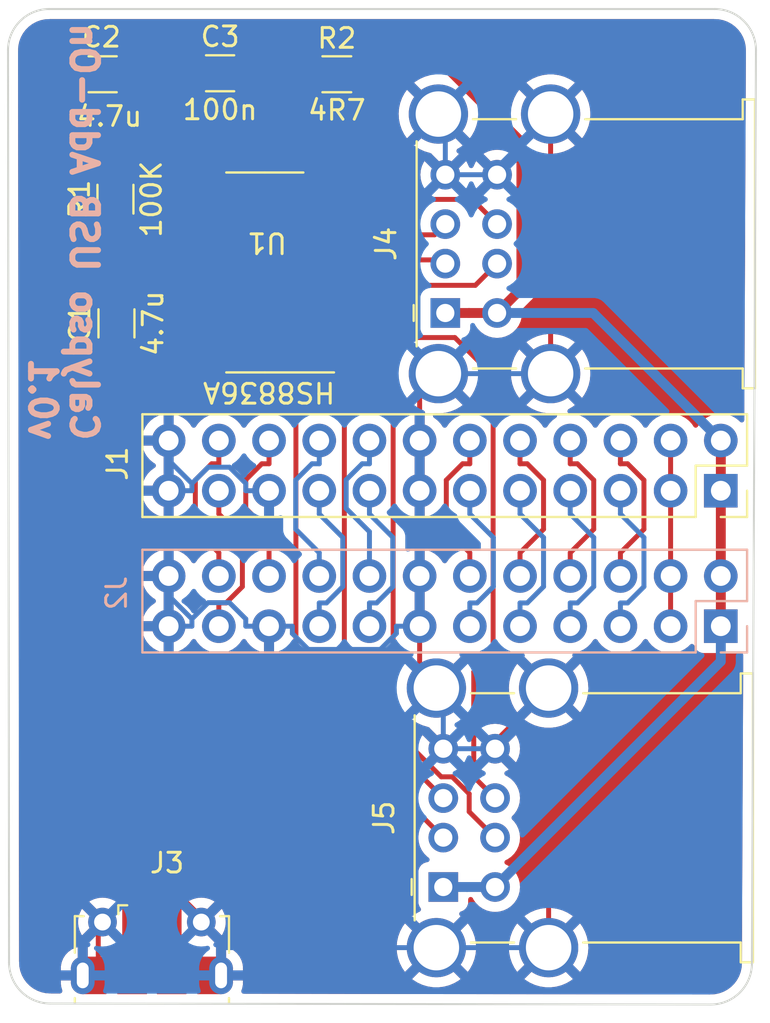
<source format=kicad_pcb>
(kicad_pcb (version 20221018) (generator pcbnew)
  (layers (0 "F.Cu" signal) (31 "B.Cu" signal) (34 "B.Paste" user) (35 "F.Paste" user) (36 "B.SilkS" user "B.Silkscreen") (37 "F.SilkS" user "F.Silkscreen") (38 "B.Mask" user) (39 "F.Mask" user) (44 "Edge.Cuts" user))
  (net 0 "")
  (net 1 "Net-(C1-Pad1)")
  (net 2 "GND")
  (net 3 "Net-(C2-Pad1)")
  (net 4 "+5V")
  (net 5 "+3.3VP")
  (net 6 "RP_AUX0")
  (net 7 "CYC_AUX0")
  (net 8 "RP_AUX1")
  (net 9 "CYC_AUX1")
  (net 10 "RP_AUX2")
  (net 11 "CYC_AUX2")
  (net 12 "RP_AUX3")
  (net 13 "CYC_AUX3")
  (net 14 "SER_RX")
  (net 15 "CYC_AUX4")
  (net 16 "SER_TX")
  (net 17 "CYC_AUX5")
  (net 18 "CYC_AUX6")
  (net 19 "RP_RESET")
  (net 20 "CYC_AUX7")
  (net 22 "UM")
  (net 23 "UP")
  (net 25 "DM1")
  (net 26 "DP1")
  (net 27 "DM2")
  (net 28 "DP2")
  (net 29 "DM3")
  (net 30 "DP3")
  (net 31 "DM4")
  (net 32 "DP4")
  (net 33 "Net-(R1-Pad1)")
  (footprint "Resistor_SMD:R_1206_3216Metric_Pad1.30x1.75mm_HandSolder" (layer "F.Cu") (at 70.2056 54.584 90)
    (fp_text reference "R1" (at 0 -1.82 90) (layer "F.SilkS"))
    (fp_text value "100K" (at 0 1.82 90) (layer "F.SilkS"))
    (fp_line (start -0.727064 -0.91) (end 0.727064 -0.91) (stroke (width 0.12)) (layer "F.SilkS"))
    (fp_line (start -0.727064 0.91) (end 0.727064 0.91) (stroke (width 0.12)) (layer "F.SilkS"))
    (pad "1" smd roundrect (at -1.55 0 90) (size 1.3 1.75) (layers "F.Cu" "F.Paste" "F.Mask") (roundrect_rratio 0.1923076923) (net 33 "Net-(R1-Pad1)"))
    (pad "2" smd roundrect (at 1.55 0 90) (size 1.3 1.75) (layers "F.Cu" "F.Paste" "F.Mask") (roundrect_rratio 0.1923076923) (net 2 "GND"))
  )
  (footprint "Capacitor_SMD:C_1206_3216Metric_Pad1.33x1.80mm_HandSolder" (layer "F.Cu") (at 75.5011 48.2092)
    (fp_text reference "C3" (at 0 -1.85) (layer "F.SilkS"))
    (fp_text value "100n" (at 0 1.85) (layer "F.SilkS"))
    (fp_line (start -0.711252 -0.91) (end 0.711252 -0.91) (stroke (width 0.12)) (layer "F.SilkS"))
    (fp_line (start -0.711252 0.91) (end 0.711252 0.91) (stroke (width 0.12)) (layer "F.SilkS"))
    (pad "1" smd roundrect (at -1.5625 0) (size 1.325 1.8) (layers "F.Cu" "F.Paste" "F.Mask") (roundrect_rratio 0.1886792453) (net 3 "Net-(C2-Pad1)"))
    (pad "2" smd roundrect (at 1.5625 0) (size 1.325 1.8) (layers "F.Cu" "F.Paste" "F.Mask") (roundrect_rratio 0.1886792453) (net 2 "GND"))
  )
  (footprint "Capacitor_SMD:C_1206_3216Metric_Pad1.33x1.80mm_HandSolder" (layer "F.Cu") (at 70.2564 60.8707 90)
    (fp_text reference "C1" (at 0 -1.85 90) (layer "F.SilkS"))
    (fp_text value "4.7u" (at 0 1.85 90) (layer "F.SilkS"))
    (fp_line (start -0.711252 -0.91) (end 0.711252 -0.91) (stroke (width 0.12)) (layer "F.SilkS"))
    (fp_line (start -0.711252 0.91) (end 0.711252 0.91) (stroke (width 0.12)) (layer "F.SilkS"))
    (pad "1" smd roundrect (at -1.5625 0 90) (size 1.325 1.8) (layers "F.Cu" "F.Paste" "F.Mask") (roundrect_rratio 0.1886792453) (net 1 "Net-(C1-Pad1)"))
    (pad "2" smd roundrect (at 1.5625 0 90) (size 1.325 1.8) (layers "F.Cu" "F.Paste" "F.Mask") (roundrect_rratio 0.1886792453) (net 2 "GND"))
  )
  (footprint "Connector_USB:USB_Micro-B_Molex-105017-0001" (layer "F.Cu") (at 72.0504 92.6409)
    (fp_text reference "J3" (at 0.7664 -4.4521) (layer "F.SilkS"))
    (fp_text value "USB_B_Micro" hide)
    (fp_line (start -3.9 -1.7625) (end -3.45 -1.7625) (stroke (width 0.12)) (layer "F.SilkS"))
    (fp_line (start -3.9 0.0875) (end -3.9 -1.7625) (stroke (width 0.12)) (layer "F.SilkS"))
    (fp_line (start -3.9 2.6375) (end -3.9 2.3875) (stroke (width 0.12)) (layer "F.SilkS"))
    (fp_line (start -1.7 -2.3125) (end -1.7 -1.8625) (stroke (width 0.12)) (layer "F.SilkS"))
    (fp_line (start -1.7 -2.3125) (end -1.25 -2.3125) (stroke (width 0.12)) (layer "F.SilkS"))
    (fp_line (start 3.9 -1.7625) (end 3.45 -1.7625) (stroke (width 0.12)) (layer "F.SilkS"))
    (fp_line (start 3.9 0.0875) (end 3.9 -1.7625) (stroke (width 0.12)) (layer "F.SilkS"))
    (fp_line (start 3.9 2.6375) (end 3.9 2.3875) (stroke (width 0.12)) (layer "F.SilkS"))
    (pad "1" smd rect (at -1.3 -1.4625) (size 0.4 1.35) (layers "F.Cu" "F.Paste" "F.Mask"))
    (pad "2" smd rect (at -0.65 -1.4625) (size 0.4 1.35) (layers "F.Cu" "F.Paste" "F.Mask") (net 22 "UM"))
    (pad "3" smd rect (at 0 -1.4625) (size 0.4 1.35) (layers "F.Cu" "F.Paste" "F.Mask") (net 23 "UP"))
    (pad "4" smd rect (at 0.65 -1.4625) (size 0.4 1.35) (layers "F.Cu" "F.Paste" "F.Mask"))
    (pad "5" smd rect (at 1.3 -1.4625) (size 0.4 1.35) (layers "F.Cu" "F.Paste" "F.Mask") (net 2 "GND"))
    (pad "6" thru_hole oval (at -3.5 1.2375 180) (size 1.2 1.9) (drill oval 0.6 1.3) (layers "*.Cu" "*.Mask") (net 2 "GND"))
    (pad "6" smd rect (at -2.9 1.2375) (size 1.2 1.9) (layers "F.Cu" "F.Mask") (net 2 "GND"))
    (pad "6" thru_hole circle (at -2.5 -1.4625) (size 1.45 1.45) (drill 0.85) (layers "*.Cu" "*.Mask") (net 2 "GND"))
    (pad "6" smd rect (at -1 1.2375) (size 1.5 1.9) (layers "F.Cu" "F.Paste" "F.Mask") (net 2 "GND"))
    (pad "6" smd rect (at 1 1.2375) (size 1.5 1.9) (layers "F.Cu" "F.Paste" "F.Mask") (net 2 "GND"))
    (pad "6" thru_hole circle (at 2.5 -1.4625) (size 1.45 1.45) (drill 0.85) (layers "*.Cu" "*.Mask") (net 2 "GND"))
    (pad "6" smd rect (at 2.9 1.2375) (size 1.2 1.9) (layers "F.Cu" "F.Mask") (net 2 "GND"))
    (pad "6" thru_hole oval (at 3.5 1.2375) (size 1.2 1.9) (drill oval 0.6 1.3) (layers "*.Cu" "*.Mask") (net 2 "GND"))
  )
  (footprint "Connector_USB:USB_A_Wuerth_61400826021_Horizontal_Stacked" (layer "F.Cu") (at 86.8968 60.3452 90)
    (fp_text reference "J4" (at 3.5 -3 90) (layer "F.SilkS"))
    (fp_text value "USB_A_Stacked" hide)
    (fp_line (start -3.81 15.05) (end -2.81 15.05) (stroke (width 0.12)) (layer "F.SilkS"))
    (fp_line (start -3.81 15.67) (end -3.81 15.05) (stroke (width 0.12)) (layer "F.SilkS"))
    (fp_line (start -2.81 3.58) (end -2.81 1.4) (stroke (width 0.12)) (layer "F.SilkS"))
    (fp_line (start -2.81 15.05) (end -2.81 7.08) (stroke (width 0.12)) (layer "F.SilkS"))
    (fp_line (start -1.69 -1.45) (end 8.69 -1.45) (stroke (width 0.12)) (layer "F.SilkS"))
    (fp_line (start 0.4 -1.6) (end -0.4 -1.6) (stroke (width 0.12)) (layer "F.SilkS"))
    (fp_line (start 9.81 3.58) (end 9.81 1.4) (stroke (width 0.12)) (layer "F.SilkS"))
    (fp_line (start 9.81 7.08) (end 9.81 15.05) (stroke (width 0.12)) (layer "F.SilkS"))
    (fp_line (start 9.81 15.05) (end 10.81 15.05) (stroke (width 0.12)) (layer "F.SilkS"))
    (fp_line (start 10.81 15.05) (end 10.81 15.67) (stroke (width 0.12)) (layer "F.SilkS"))
    (fp_line (start 10.81 15.67) (end -3.81 15.67) (stroke (width 0.12)) (layer "F.SilkS"))
    (pad "1" thru_hole rect (at 0 0 90) (size 1.5 1.5) (drill 0.92) (layers "*.Cu" "*.Mask") (net 4 "+5V"))
    (pad "2" thru_hole circle (at 2.5 0 90) (size 1.5 1.5) (drill 0.92) (layers "*.Cu" "*.Mask") (net 29 "DM3"))
    (pad "3" thru_hole circle (at 4.5 0 90) (size 1.5 1.5) (drill 0.92) (layers "*.Cu" "*.Mask") (net 30 "DP3"))
    (pad "4" thru_hole circle (at 7 0 90) (size 1.5 1.5) (drill 0.92) (layers "*.Cu" "*.Mask") (net 2 "GND"))
    (pad "5" thru_hole circle (at 0 2.62 90) (size 1.5 1.5) (drill 0.92) (layers "*.Cu" "*.Mask") (net 4 "+5V"))
    (pad "6" thru_hole circle (at 2.5 2.62 90) (size 1.5 1.5) (drill 0.92) (layers "*.Cu" "*.Mask") (net 31 "DM4"))
    (pad "7" thru_hole circle (at 4.5 2.62 90) (size 1.5 1.5) (drill 0.92) (layers "*.Cu" "*.Mask") (net 32 "DP4"))
    (pad "8" thru_hole circle (at 7 2.62 90) (size 1.5 1.5) (drill 0.92) (layers "*.Cu" "*.Mask") (net 2 "GND"))
    (pad "9" thru_hole circle (at -3.07 -0.35 90) (size 3 3) (drill 2.3) (layers "*.Cu" "*.Mask") (net 2 "GND"))
    (pad "9" thru_hole circle (at -3.07 5.33 90) (size 3 3) (drill 2.3) (layers "*.Cu" "*.Mask") (net 2 "GND"))
    (pad "9" thru_hole circle (at 10.07 -0.35 90) (size 3 3) (drill 2.3) (layers "*.Cu" "*.Mask") (net 2 "GND"))
    (pad "9" thru_hole circle (at 10.07 5.33 90) (size 3 3) (drill 2.3) (layers "*.Cu" "*.Mask") (net 2 "GND"))
  )
  (footprint "Capacitor_SMD:C_1206_3216Metric_Pad1.33x1.80mm_HandSolder" (layer "F.Cu") (at 69.5575 48.26 180)
    (fp_text reference "C2" (at 0.0631 1.8796) (layer "F.SilkS"))
    (fp_text value "4.7u" (at -0.3433 -2.1336) (layer "F.SilkS"))
    (fp_line (start -0.711252 -0.91) (end 0.711252 -0.91) (stroke (width 0.12)) (layer "F.SilkS"))
    (fp_line (start -0.711252 0.91) (end 0.711252 0.91) (stroke (width 0.12)) (layer "F.SilkS"))
    (pad "1" smd roundrect (at -1.5625 0 180) (size 1.325 1.8) (layers "F.Cu" "F.Paste" "F.Mask") (roundrect_rratio 0.1886792453) (net 3 "Net-(C2-Pad1)"))
    (pad "2" smd roundrect (at 1.5625 0 180) (size 1.325 1.8) (layers "F.Cu" "F.Paste" "F.Mask") (roundrect_rratio 0.1886792453) (net 2 "GND"))
  )
  (footprint "Resistor_SMD:R_1206_3216Metric_Pad1.30x1.75mm_HandSolder" (layer "F.Cu") (at 81.4076 48.26)
    (fp_text reference "R2" (at 0 -1.82) (layer "F.SilkS"))
    (fp_text value "4R7" (at 0 1.82) (layer "F.SilkS"))
    (fp_line (start -0.727064 -0.91) (end 0.727064 -0.91) (stroke (width 0.12)) (layer "F.SilkS"))
    (fp_line (start -0.727064 0.91) (end 0.727064 0.91) (stroke (width 0.12)) (layer "F.SilkS"))
    (pad "1" smd roundrect (at -1.55 0) (size 1.3 1.75) (layers "F.Cu" "F.Paste" "F.Mask") (roundrect_rratio 0.1923076923) (net 4 "+5V"))
    (pad "2" smd roundrect (at 1.55 0) (size 1.3 1.75) (layers "F.Cu" "F.Paste" "F.Mask") (roundrect_rratio 0.1923076923) (net 1 "Net-(C1-Pad1)"))
  )
  (footprint "Connector_PinSocket_2.54mm:PinSocket_2x12_P2.54mm_Vertical" (layer "F.Cu") (at 100.838 69.342 -90)
    (fp_text reference "J1" (at -1.3716 30.5308 90) (layer "F.SilkS"))
    (fp_text value "Conn_02x12_Odd_Even" hide)
    (fp_line (start -3.87 -1.33) (end -3.87 29.27) (stroke (width 0.12)) (layer "F.SilkS"))
    (fp_line (start -3.87 -1.33) (end -1.27 -1.33) (stroke (width 0.12)) (layer "F.SilkS"))
    (fp_line (start -3.87 29.27) (end 1.33 29.27) (stroke (width 0.12)) (layer "F.SilkS"))
    (fp_line (start -1.27 -1.33) (end -1.27 1.27) (stroke (width 0.12)) (layer "F.SilkS"))
    (fp_line (start -1.27 1.27) (end 1.33 1.27) (stroke (width 0.12)) (layer "F.SilkS"))
    (fp_line (start 0 -1.33) (end 1.33 -1.33) (stroke (width 0.12)) (layer "F.SilkS"))
    (fp_line (start 1.33 -1.33) (end 1.33 0) (stroke (width 0.12)) (layer "F.SilkS"))
    (fp_line (start 1.33 1.27) (end 1.33 29.27) (stroke (width 0.12)) (layer "F.SilkS"))
    (pad "1" thru_hole rect (at 0 0 270) (size 1.7 1.7) (drill 1) (layers "*.Cu" "*.Mask") (net 4 "+5V"))
    (pad "2" thru_hole oval (at -2.54 0 270) (size 1.7 1.7) (drill 1) (layers "*.Cu" "*.Mask") (net 4 "+5V"))
    (pad "3" thru_hole oval (at 0 2.54 270) (size 1.7 1.7) (drill 1) (layers "*.Cu" "*.Mask") (net 5 "+3.3VP"))
    (pad "4" thru_hole oval (at -2.54 2.54 270) (size 1.7 1.7) (drill 1) (layers "*.Cu" "*.Mask") (net 5 "+3.3VP"))
    (pad "5" thru_hole oval (at 0 5.08 270) (size 1.7 1.7) (drill 1) (layers "*.Cu" "*.Mask") (net 6 "RP_AUX0"))
    (pad "6" thru_hole oval (at -2.54 5.08 270) (size 1.7 1.7) (drill 1) (layers "*.Cu" "*.Mask") (net 7 "CYC_AUX0"))
    (pad "7" thru_hole oval (at 0 7.62 270) (size 1.7 1.7) (drill 1) (layers "*.Cu" "*.Mask") (net 8 "RP_AUX1"))
    (pad "8" thru_hole oval (at -2.54 7.62 270) (size 1.7 1.7) (drill 1) (layers "*.Cu" "*.Mask") (net 9 "CYC_AUX1"))
    (pad "9" thru_hole oval (at 0 10.16 270) (size 1.7 1.7) (drill 1) (layers "*.Cu" "*.Mask") (net 10 "RP_AUX2"))
    (pad "10" thru_hole oval (at -2.54 10.16 270) (size 1.7 1.7) (drill 1) (layers "*.Cu" "*.Mask") (net 11 "CYC_AUX2"))
    (pad "11" thru_hole oval (at 0 12.7 270) (size 1.7 1.7) (drill 1) (layers "*.Cu" "*.Mask") (net 12 "RP_AUX3"))
    (pad "12" thru_hole oval (at -2.54 12.7 270) (size 1.7 1.7) (drill 1) (layers "*.Cu" "*.Mask") (net 13 "CYC_AUX3"))
    (pad "13" thru_hole oval (at 0 15.24 270) (size 1.7 1.7) (drill 1) (layers "*.Cu" "*.Mask") (net 2 "GND"))
    (pad "14" thru_hole oval (at -2.54 15.24 270) (size 1.7 1.7) (drill 1) (layers "*.Cu" "*.Mask") (net 2 "GND"))
    (pad "15" thru_hole oval (at 0 17.78 270) (size 1.7 1.7) (drill 1) (layers "*.Cu" "*.Mask") (net 14 "SER_RX"))
    (pad "16" thru_hole oval (at -2.54 17.78 270) (size 1.7 1.7) (drill 1) (layers "*.Cu" "*.Mask") (net 15 "CYC_AUX4"))
    (pad "17" thru_hole oval (at 0 20.32 270) (size 1.7 1.7) (drill 1) (layers "*.Cu" "*.Mask") (net 16 "SER_TX"))
    (pad "18" thru_hole oval (at -2.54 20.32 270) (size 1.7 1.7) (drill 1) (layers "*.Cu" "*.Mask") (net 17 "CYC_AUX5"))
    (pad "19" thru_hole oval (at 0 22.86 270) (size 1.7 1.7) (drill 1) (layers "*.Cu" "*.Mask") (net 2 "GND"))
    (pad "20" thru_hole oval (at -2.54 22.86 270) (size 1.7 1.7) (drill 1) (layers "*.Cu" "*.Mask") (net 18 "CYC_AUX6"))
    (pad "21" thru_hole oval (at 0 25.4 270) (size 1.7 1.7) (drill 1) (layers "*.Cu" "*.Mask") (net 19 "RP_RESET"))
    (pad "22" thru_hole oval (at -2.54 25.4 270) (size 1.7 1.7) (drill 1) (layers "*.Cu" "*.Mask") (net 20 "CYC_AUX7"))
    (pad "23" thru_hole oval (at 0 27.94 270) (size 1.7 1.7) (drill 1) (layers "*.Cu" "*.Mask") (net 2 "GND"))
    (pad "24" thru_hole oval (at -2.54 27.94 270) (size 1.7 1.7) (drill 1) (layers "*.Cu" "*.Mask") (net 2 "GND"))
  )
  (footprint "Connector_USB:USB_A_Wuerth_61400826021_Horizontal_Stacked" (layer "F.Cu") (at 86.7952 89.4028 90)
    (fp_text reference "J5" (at 3.5 -3 90) (layer "F.SilkS"))
    (fp_text value "USB_A_Stacked" hide)
    (fp_line (start -3.81 15.05) (end -2.81 15.05) (stroke (width 0.12)) (layer "F.SilkS"))
    (fp_line (start -3.81 15.67) (end -3.81 15.05) (stroke (width 0.12)) (layer "F.SilkS"))
    (fp_line (start -2.81 3.58) (end -2.81 1.4) (stroke (width 0.12)) (layer "F.SilkS"))
    (fp_line (start -2.81 15.05) (end -2.81 7.08) (stroke (width 0.12)) (layer "F.SilkS"))
    (fp_line (start -1.69 -1.45) (end 8.69 -1.45) (stroke (width 0.12)) (layer "F.SilkS"))
    (fp_line (start 0.4 -1.6) (end -0.4 -1.6) (stroke (width 0.12)) (layer "F.SilkS"))
    (fp_line (start 9.81 3.58) (end 9.81 1.4) (stroke (width 0.12)) (layer "F.SilkS"))
    (fp_line (start 9.81 7.08) (end 9.81 15.05) (stroke (width 0.12)) (layer "F.SilkS"))
    (fp_line (start 9.81 15.05) (end 10.81 15.05) (stroke (width 0.12)) (layer "F.SilkS"))
    (fp_line (start 10.81 15.05) (end 10.81 15.67) (stroke (width 0.12)) (layer "F.SilkS"))
    (fp_line (start 10.81 15.67) (end -3.81 15.67) (stroke (width 0.12)) (layer "F.SilkS"))
    (pad "1" thru_hole rect (at 0 0 90) (size 1.5 1.5) (drill 0.92) (layers "*.Cu" "*.Mask") (net 4 "+5V"))
    (pad "2" thru_hole circle (at 2.5 0 90) (size 1.5 1.5) (drill 0.92) (layers "*.Cu" "*.Mask") (net 25 "DM1"))
    (pad "3" thru_hole circle (at 4.5 0 90) (size 1.5 1.5) (drill 0.92) (layers "*.Cu" "*.Mask") (net 26 "DP1"))
    (pad "4" thru_hole circle (at 7 0 90) (size 1.5 1.5) (drill 0.92) (layers "*.Cu" "*.Mask") (net 2 "GND"))
    (pad "5" thru_hole circle (at 0 2.62 90) (size 1.5 1.5) (drill 0.92) (layers "*.Cu" "*.Mask") (net 4 "+5V"))
    (pad "6" thru_hole circle (at 2.5 2.62 90) (size 1.5 1.5) (drill 0.92) (layers "*.Cu" "*.Mask") (net 27 "DM2"))
    (pad "7" thru_hole circle (at 4.5 2.62 90) (size 1.5 1.5) (drill 0.92) (layers "*.Cu" "*.Mask") (net 28 "DP2"))
    (pad "8" thru_hole circle (at 7 2.62 90) (size 1.5 1.5) (drill 0.92) (layers "*.Cu" "*.Mask") (net 2 "GND"))
    (pad "9" thru_hole circle (at -3.07 -0.35 90) (size 3 3) (drill 2.3) (layers "*.Cu" "*.Mask") (net 2 "GND"))
    (pad "9" thru_hole circle (at -3.07 5.33 90) (size 3 3) (drill 2.3) (layers "*.Cu" "*.Mask") (net 2 "GND"))
    (pad "9" thru_hole circle (at 10.07 -0.35 90) (size 3 3) (drill 2.3) (layers "*.Cu" "*.Mask") (net 2 "GND"))
    (pad "9" thru_hole circle (at 10.07 5.33 90) (size 3 3) (drill 2.3) (layers "*.Cu" "*.Mask") (net 2 "GND"))
  )
  (footprint "Package_SO:SOP-16_3.9x9.9mm_P1.27mm" (layer "F.Cu") (at 77.764 58.293 180)
    (fp_text reference "U1" (at -0.1124 1.4986 180 unlocked) (layer "F.SilkS"))
    (fp_text value "HS8836A" (at -0.214 -6.0706 180 unlocked) (layer "F.SilkS"))
    (fp_line (start 0 -5.06) (end -3.5 -5.06) (stroke (width 0.12)) (layer "F.SilkS"))
    (fp_line (start 0 -5.06) (end 1.95 -5.06) (stroke (width 0.12)) (layer "F.SilkS"))
    (fp_line (start 0 5.06) (end -1.95 5.06) (stroke (width 0.12)) (layer "F.SilkS"))
    (fp_line (start 0 5.06) (end 1.95 5.06) (stroke (width 0.12)) (layer "F.SilkS"))
    (pad "1" smd roundrect (at -2.5 -4.445 180) (size 2 0.6) (layers "F.Cu" "F.Paste" "F.Mask") (net 25 "DM1"))
    (pad "2" smd roundrect (at -2.5 -3.175 180) (size 2 0.6) (layers "F.Cu" "F.Paste" "F.Mask") (net 26 "DP1"))
    (pad "3" smd roundrect (at -2.5 -1.905 180) (size 2 0.6) (layers "F.Cu" "F.Paste" "F.Mask") (net 27 "DM2"))
    (pad "4" smd roundrect (at -2.5 -0.635 180) (size 2 0.6) (layers "F.Cu" "F.Paste" "F.Mask") (net 28 "DP2"))
    (pad "5" smd roundrect (at -2.5 0.635 180) (size 2 0.6) (layers "F.Cu" "F.Paste" "F.Mask") (net 29 "DM3"))
    (pad "6" smd roundrect (at -2.5 1.905 180) (size 2 0.6) (layers "F.Cu" "F.Paste" "F.Mask") (net 30 "DP3"))
    (pad "7" smd roundrect (at -2.5 3.175 180) (size 2 0.6) (layers "F.Cu" "F.Paste" "F.Mask") (net 31 "DM4"))
    (pad "8" smd roundrect (at -2.5 4.445 180) (size 2 0.6) (layers "F.Cu" "F.Paste" "F.Mask") (net 32 "DP4"))
    (pad "9" smd roundrect (at 2.5 4.445 180) (size 2 0.6) (layers "F.Cu" "F.Paste" "F.Mask") (net 33 "Net-(R1-Pad1)"))
    (pad "10" smd roundrect (at 2.5 3.175 180) (size 2 0.6) (layers "F.Cu" "F.Paste" "F.Mask") (net 22 "UM"))
    (pad "11" smd roundrect (at 2.5 1.905 180) (size 2 0.6) (layers "F.Cu" "F.Paste" "F.Mask") (net 23 "UP"))
    (pad "12" smd roundrect (at 2.5 0.635 180) (size 2 0.6) (layers "F.Cu" "F.Paste" "F.Mask") (net 3 "Net-(C2-Pad1)"))
    (pad "13" smd roundrect (at 2.5 -0.635 180) (size 2 0.6) (layers "F.Cu" "F.Paste" "F.Mask") (net 1 "Net-(C1-Pad1)"))
    (pad "14" smd roundrect (at 2.5 -1.905 180) (size 2 0.6) (layers "F.Cu" "F.Paste" "F.Mask") (net 3 "Net-(C2-Pad1)"))
    (pad "15" smd roundrect (at 2.5 -3.175 180) (size 2 0.6) (layers "F.Cu" "F.Paste" "F.Mask"))
    (pad "16" smd roundrect (at 2.5 -4.445 180) (size 2 0.6) (layers "F.Cu" "F.Paste" "F.Mask") (net 2 "GND"))
  )
  (footprint "Connector_PinHeader_2.54mm:PinHeader_2x12_P2.54mm_Vertical" (layer "B.Cu") (at 100.838 76.2 90)
    (fp_text reference "J2" (at 1.6764 -30.5816 270) (layer "B.SilkS") (effects (justify mirror)))
    (fp_text value "Conn_02x12_Odd_Even" hide)
    (fp_line (start -1.33 -29.27) (end 3.87 -29.27) (stroke (width 0.12)) (layer "B.SilkS"))
    (fp_line (start -1.33 -1.27) (end -1.33 -29.27) (stroke (width 0.12)) (layer "B.SilkS"))
    (fp_line (start -1.33 -1.27) (end 1.27 -1.27) (stroke (width 0.12)) (layer "B.SilkS"))
    (fp_line (start -1.33 0) (end -1.33 1.33) (stroke (width 0.12)) (layer "B.SilkS"))
    (fp_line (start -1.33 1.33) (end 0 1.33) (stroke (width 0.12)) (layer "B.SilkS"))
    (fp_line (start 1.27 -1.27) (end 1.27 1.33) (stroke (width 0.12)) (layer "B.SilkS"))
    (fp_line (start 1.27 1.33) (end 3.87 1.33) (stroke (width 0.12)) (layer "B.SilkS"))
    (fp_line (start 3.87 1.33) (end 3.87 -29.27) (stroke (width 0.12)) (layer "B.SilkS"))
    (pad "1" thru_hole rect (at 0 0 90) (size 1.7 1.7) (drill 1) (layers "*.Cu" "*.Mask") (net 4 "+5V"))
    (pad "2" thru_hole oval (at 2.54 0 90) (size 1.7 1.7) (drill 1) (layers "*.Cu" "*.Mask") (net 4 "+5V"))
    (pad "3" thru_hole oval (at 0 -2.54 90) (size 1.7 1.7) (drill 1) (layers "*.Cu" "*.Mask") (net 5 "+3.3VP"))
    (pad "4" thru_hole oval (at 2.54 -2.54 90) (size 1.7 1.7) (drill 1) (layers "*.Cu" "*.Mask") (net 5 "+3.3VP"))
    (pad "5" thru_hole oval (at 0 -5.08 90) (size 1.7 1.7) (drill 1) (layers "*.Cu" "*.Mask") (net 6 "RP_AUX0"))
    (pad "6" thru_hole oval (at 2.54 -5.08 90) (size 1.7 1.7) (drill 1) (layers "*.Cu" "*.Mask") (net 7 "CYC_AUX0"))
    (pad "7" thru_hole oval (at 0 -7.62 90) (size 1.7 1.7) (drill 1) (layers "*.Cu" "*.Mask") (net 8 "RP_AUX1"))
    (pad "8" thru_hole oval (at 2.54 -7.62 90) (size 1.7 1.7) (drill 1) (layers "*.Cu" "*.Mask") (net 9 "CYC_AUX1"))
    (pad "9" thru_hole oval (at 0 -10.16 90) (size 1.7 1.7) (drill 1) (layers "*.Cu" "*.Mask") (net 10 "RP_AUX2"))
    (pad "10" thru_hole oval (at 2.54 -10.16 90) (size 1.7 1.7) (drill 1) (layers "*.Cu" "*.Mask") (net 11 "CYC_AUX2"))
    (pad "11" thru_hole oval (at 0 -12.7 90) (size 1.7 1.7) (drill 1) (layers "*.Cu" "*.Mask") (net 12 "RP_AUX3"))
    (pad "12" thru_hole oval (at 2.54 -12.7 90) (size 1.7 1.7) (drill 1) (layers "*.Cu" "*.Mask") (net 13 "CYC_AUX3"))
    (pad "13" thru_hole oval (at 0 -15.24 90) (size 1.7 1.7) (drill 1) (layers "*.Cu" "*.Mask") (net 2 "GND"))
    (pad "14" thru_hole oval (at 2.54 -15.24 90) (size 1.7 1.7) (drill 1) (layers "*.Cu" "*.Mask") (net 2 "GND"))
    (pad "15" thru_hole oval (at 0 -17.78 90) (size 1.7 1.7) (drill 1) (layers "*.Cu" "*.Mask") (net 14 "SER_RX"))
    (pad "16" thru_hole oval (at 2.54 -17.78 90) (size 1.7 1.7) (drill 1) (layers "*.Cu" "*.Mask") (net 15 "CYC_AUX4"))
    (pad "17" thru_hole oval (at 0 -20.32 90) (size 1.7 1.7) (drill 1) (layers "*.Cu" "*.Mask") (net 16 "SER_TX"))
    (pad "18" thru_hole oval (at 2.54 -20.32 90) (size 1.7 1.7) (drill 1) (layers "*.Cu" "*.Mask") (net 17 "CYC_AUX5"))
    (pad "19" thru_hole oval (at 0 -22.86 90) (size 1.7 1.7) (drill 1) (layers "*.Cu" "*.Mask") (net 2 "GND"))
    (pad "20" thru_hole oval (at 2.54 -22.86 90) (size 1.7 1.7) (drill 1) (layers "*.Cu" "*.Mask") (net 18 "CYC_AUX6"))
    (pad "21" thru_hole oval (at 0 -25.4 90) (size 1.7 1.7) (drill 1) (layers "*.Cu" "*.Mask") (net 19 "RP_RESET"))
    (pad "22" thru_hole oval (at 2.54 -25.4 90) (size 1.7 1.7) (drill 1) (layers "*.Cu" "*.Mask") (net 20 "CYC_AUX7"))
    (pad "23" thru_hole oval (at 0 -27.94 90) (size 1.7 1.7) (drill 1) (layers "*.Cu" "*.Mask") (net 2 "GND"))
    (pad "24" thru_hole oval (at 2.54 -27.94 90) (size 1.7 1.7) (drill 1) (layers "*.Cu" "*.Mask") (net 2 "GND"))
  )
  (gr_arc (start 64.77 47.0408) (mid 65.380038 45.568038) (end 66.8528 44.958) (stroke (width 0.1)) (layer "Edge.Cuts"))
  (gr_arc (start 100.533638 44.957562) (mid 102.0064 45.5676) (end 102.616438 47.040362) (stroke (width 0.1)) (layer "Edge.Cuts"))
  (gr_arc (start 66.9036 95.3008) (mid 65.430838 94.690762) (end 64.8208 93.218) (stroke (width 0.1)) (layer "Edge.Cuts"))
  (gr_line (start 100.33 95.3516) (end 66.9036 95.3008) (stroke (width 0.1)) (layer "Edge.Cuts"))
  (gr_line (start 66.8528 44.958) (end 100.533638 44.957562) (stroke (width 0.1)) (layer "Edge.Cuts"))
  (gr_line (start 102.616438 47.040362) (end 102.4128 93.2688) (stroke (width 0.1)) (layer "Edge.Cuts"))
  (gr_line (start 64.8208 93.218) (end 64.77 47.0408) (stroke (width 0.1)) (layer "Edge.Cuts"))
  (gr_arc (start 102.4128 93.2688) (mid 101.802762 94.741562) (end 100.33 95.3516) (stroke (width 0.1)) (layer "Edge.Cuts"))
  (gr_text "Calypso USB Add-On\nv0.1\n" (at 67.564 66.9544 -90) (layer "B.SilkS") (effects (font (size 1.3 1.3) (thickness 0.3)) (justify left mirror)))
  (segment (start 76.6088 60.5495) (end 76.6088 59.8554) (width 0.25) (layer "F.Cu") (net 1))
  (segment (start 76.6088 59.8554) (end 75.6814 58.928) (width 0.25) (layer "F.Cu") (net 1))
  (segment (start 72.3363 62.4332) (end 73.9365 60.833) (width 0.25) (layer "F.Cu") (net 1))
  (segment (start 73.9365 60.833) (end 76.3253 60.833) (width 0.25) (layer "F.Cu") (net 1))
  (segment (start 78.4506 56.1588) (end 75.6814 58.928) (width 0.25) (layer "F.Cu") (net 1))
  (segment (start 70.2564 62.4332) (end 72.3363 62.4332) (width 0.25) (layer "F.Cu") (net 1))
  (segment (start 78.4506 52.767) (end 78.4506 56.1588) (width 0.25) (layer "F.Cu") (net 1))
  (segment (start 82.9576 48.26) (end 78.4506 52.767) (width 0.25) (layer "F.Cu") (net 1))
  (segment (start 76.3253 60.833) (end 76.6088 60.5495) (width 0.25) (layer "F.Cu") (net 1))
  (segment (start 75.6814 58.928) (end 75.264 58.928) (width 0.25) (layer "F.Cu") (net 1))
  (segment (start 78.9447 46.3281) (end 88.2797 46.3281) (width 0.25) (layer "F.Cu") (net 2))
  (segment (start 69.335 91.3938) (end 69.5504 91.1784) (width 0.25) (layer "F.Cu") (net 2))
  (segment (start 68.9949 54.2447) (end 70.2056 53.034) (width 0.25) (layer "F.Cu") (net 2))
  (segment (start 72.898 66.802) (end 72.898 65.6251) (width 0.25) (layer "F.Cu") (net 2))
  (segment (start 69.335 93.2399) (end 69.335 91.3938) (width 0.25) (layer "F.Cu") (net 2))
  (segment (start 85.598 66.802) (end 85.598 69.342) (width 0.25) (layer "F.Cu") (net 2))
  (segment (start 92.1252 92.4728) (end 92.1252 85.1128) (width 0.25) (layer "F.Cu") (net 2))
  (segment (start 73.0504 93.2399) (end 73.0504 92.6015) (width 0.25) (layer "F.Cu") (net 2))
  (segment (start 67.995 48.26) (end 69.2759 46.9791) (width 0.25) (layer "F.Cu") (net 2))
  (segment (start 85.598 76.2) (end 85.598 73.66) (width 0.25) (layer "F.Cu") (net 2))
  (segment (start 73.3504 91.1784) (end 73.3504 90.1765) (width 0.25) (layer "F.Cu") (net 2))
  (segment (start 86.4452 79.3328) (end 85.598 78.4856) (width 0.25) (layer "F.Cu") (net 2))
  (segment (start 88.2797 46.3281) (end 92.2268 50.2752) (width 0.25) (layer "F.Cu") (net 2))
  (segment (start 74.5504 91.1784) (end 74.5504 90.9278) (width 0.25) (layer "F.Cu") (net 2))
  (segment (start 75.8335 46.9791) (end 77.0636 48.2092) (width 0.25) (layer "F.Cu") (net 2))
  (segment (start 69.1504 93.8784) (end 68.5504 93.8784) (width 0.25) (layer "F.Cu") (net 2))
  (segment (start 75.264 63.2591) (end 75.264 62.738) (width 0.25) (layer "F.Cu") (net 2))
  (segment (start 85.598 64.364) (end 85.598 66.802) (width 0.25) (layer "F.Cu") (net 2))
  (segment (start 74.5504 90.9278) (end 73.7991 90.1765) (width 0.25) (layer "F.Cu") (net 2))
  (segment (start 75.5504 93.8784) (end 74.9504 93.8784) (width 0.25) (layer "F.Cu") (net 2))
  (segment (start 73.3504 92.3015) (end 73.3504 91.1784) (width 0.25) (layer "F.Cu") (net 2))
  (segment (start 73.0504 93.8784) (end 73.0504 93.2399) (width 0.25) (layer "F.Cu") (net 2))
  (segment (start 69.335 93.2399) (end 69.9735 93.8784) (width 0.25) (layer "F.Cu") (net 2))
  (segment (start 67.995 50.8234) (end 70.2056 53.034) (width 0.25) (layer "F.Cu") (net 2))
  (segment (start 71.0504 93.8784) (end 72.1273 93.8784) (width 0.25) (layer "F.Cu") (net 2))
  (segment (start 72.7658 93.2399) (end 72.1273 93.8784) (width 0.25) (layer "F.Cu") (net 2))
  (segment (start 92.2268 50.2752) (end 92.2268 63.4152) (width 0.25) (layer "F.Cu") (net 2))
  (segment (start 73.0504 93.2399) (end 72.7658 93.2399) (width 0.25) (layer "F.Cu") (net 2))
  (segment (start 69.1504 93.8784) (end 69.1504 93.2399) (width 0.25) (layer "F.Cu") (net 2))
  (segment (start 71.0504 93.8784) (end 69.9735 93.8784) (width 0.25) (layer "F.Cu") (net 2))
  (segment (start 70.2564 59.3082) (end 68.9949 58.0467) (width 0.25) (layer "F.Cu") (net 2))
  (segment (start 72.898 69.342) (end 72.898 73.66) (width 0.25) (layer "F.Cu") (net 2))
  (segment (start 85.598 78.4856) (end 85.598 76.2) (width 0.25) (layer "F.Cu") (net 2))
  (segment (start 68.9949 58.0467) (end 68.9949 54.2447) (width 0.25) (layer "F.Cu") (net 2))
  (segment (start 85.598 69.342) (end 85.598 73.66) (width 0.25) (layer "F.Cu") (net 2))
  (segment (start 89.4152 82.0428) (end 89.4152 82.4028) (width 0.25) (layer "F.Cu") (net 2))
  (segment (start 92.1252 79.3328) (end 89.4152 82.0428) (width 0.25) (layer "F.Cu") (net 2))
  (segment (start 92.1252 85.1128) (end 89.4152 82.4028) (width 0.25) (layer "F.Cu") (net 2))
  (segment (start 77.0636 48.2092) (end 78.9447 46.3281) (width 0.25) (layer "F.Cu") (net 2))
  (segment (start 73.7991 90.1765) (end 73.3504 90.1765) (width 0.25) (layer "F.Cu") (net 2))
  (segment (start 69.2759 46.9791) (end 75.8335 46.9791) (width 0.25) (layer "F.Cu") (net 2))
  (segment (start 67.995 48.26) (end 67.995 50.8234) (width 0.25) (layer "F.Cu") (net 2))
  (segment (start 73.0504 92.6015) (end 73.3504 92.3015) (width 0.25) (layer "F.Cu") (net 2))
  (segment (start 86.5468 63.4152) (end 85.598 64.364) (width 0.25) (layer "F.Cu") (net 2))
  (segment (start 72.898 65.6251) (end 75.264 63.2591) (width 0.25) (layer "F.Cu") (net 2))
  (segment (start 69.1504 93.2399) (end 69.335 93.2399) (width 0.25) (layer "F.Cu") (net 2))
  (segment (start 76.8011 69.342) (end 76.8011 68.9742) (width 0.25) (layer "B.Cu") (net 2))
  (segment (start 89.5168 52.9852) (end 89.5168 53.3452) (width 0.25) (layer "B.Cu") (net 2))
  (segment (start 86.4452 79.3328) (end 86.7952 79.6828) (width 0.25) (layer "B.Cu") (net 2))
  (segment (start 77.978 69.342) (end 76.8011 69.342) (width 0.25) (layer "B.Cu") (net 2))
  (segment (start 75.9763 75.0094) (end 76.8011 75.8342) (width 0.25) (layer "B.Cu") (net 2))
  (segment (start 77.978 76.2) (end 79.1549 76.2) (width 0.25) (layer "B.Cu") (net 2))
  (segment (start 73.0776 67.9789) (end 72.898 67.9789) (width 0.25) (layer "B.Cu") (net 2))
  (segment (start 79.1549 76.5679) (end 79.9639 77.3769) (width 0.25) (layer "B.Cu") (net 2))
  (segment (start 92.2268 63.4152) (end 86.5468 63.4152) (width 0.25) (layer "B.Cu") (net 2))
  (segment (start 74.8977 75.0094) (end 75.9763 75.0094) (width 0.25) (layer "B.Cu") (net 2))
  (segment (start 86.7952 79.6828) (end 86.7952 82.4028) (width 0.25) (layer "B.Cu") (net 2))
  (segment (start 83.61 77.3769) (end 84.4211 76.5658) (width 0.25) (layer "B.Cu") (net 2))
  (segment (start 84.4211 76.5658) (end 84.4211 76.2) (width 0.25) (layer "B.Cu") (net 2))
  (segment (start 72.898 73.66) (end 72.898 74.8369) (width 0.25) (layer "B.Cu") (net 2))
  (segment (start 74.0749 75.8322) (end 73.0796 74.8369) (width 0.25) (layer "B.Cu") (net 2))
  (segment (start 77.978 76.2) (end 76.8011 76.2) (width 0.25) (layer "B.Cu") (net 2))
  (segment (start 86.8968 50.6252) (end 86.8968 53.3452) (width 0.25) (layer "B.Cu") (net 2))
  (segment (start 86.4452 92.4728) (end 75.6791 92.4728) (width 0.25) (layer "B.Cu") (net 2))
  (segment (start 74.8997 68.1514) (end 74.0749 68.9762) (width 0.25) (layer "B.Cu") (net 2))
  (segment (start 92.1252 92.4728) (end 86.4452 92.4728) (width 0.25) (layer "B.Cu") (net 2))
  (segment (start 74.5504 91.1784) (end 75.6791 92.3071) (width 0.25) (layer "B.Cu") (net 2))
  (segment (start 76.8011 68.9742) (end 75.9783 68.1514) (width 0.25) (layer "B.Cu") (net 2))
  (segment (start 76.8011 75.8342) (end 76.8011 76.2) (width 0.25) (layer "B.Cu") (net 2))
  (segment (start 72.898 69.342) (end 74.0749 69.342) (width 0.25) (layer "B.Cu") (net 2))
  (segment (start 75.6791 92.3071) (end 75.6791 92.4728) (width 0.25) (layer "B.Cu") (net 2))
  (segment (start 74.0749 75.8322) (end 74.8977 75.0094) (width 0.25) (layer "B.Cu") (net 2))
  (segment (start 79.1549 76.2) (end 79.1549 76.5679) (width 0.25) (layer "B.Cu") (net 2))
  (segment (start 89.5168 53.3452) (end 86.8968 53.3452) (width 0.25) (layer "B.Cu") (net 2))
  (segment (start 86.5468 50.2752) (end 86.8968 50.6252) (width 0.25) (layer "B.Cu") (net 2))
  (segment (start 74.0749 68.9762) (end 73.0776 67.9789) (width 0.25) (layer "B.Cu") (net 2))
  (segment (start 72.898 76.2) (end 74.0749 76.2) (width 0.25) (layer "B.Cu") (net 2))
  (segment (start 89.4152 82.4028) (end 86.7952 82.4028) (width 0.25) (layer "B.Cu") (net 2))
  (segment (start 75.6791 92.4728) (end 75.5504 92.6015) (width 0.25) (layer "B.Cu") (net 2))
  (segment (start 92.2268 50.2752) (end 89.5168 52.9852) (width 0.25) (layer "B.Cu") (net 2))
  (segment (start 74.0749 76.2) (end 74.0749 75.8322) (width 0.25) (layer "B.Cu") (net 2))
  (segment (start 85.598 76.2) (end 84.4211 76.2) (width 0.25) (layer "B.Cu") (net 2))
  (segment (start 75.5504 93.8784) (end 75.5504 92.6015) (width 0.25) (layer "B.Cu") (net 2))
  (segment (start 79.9639 77.3769) (end 83.61 77.3769) (width 0.25) (layer "B.Cu") (net 2))
  (segment (start 74.0749 68.9762) (end 74.0749 69.342) (width 0.25) (layer "B.Cu") (net 2))
  (segment (start 75.9783 68.1514) (end 74.8997 68.1514) (width 0.25) (layer "B.Cu") (net 2))
  (segment (start 73.0796 74.8369) (end 72.898 74.8369) (width 0.25) (layer "B.Cu") (net 2))
  (segment (start 72.898 66.802) (end 72.898 67.9789) (width 0.25) (layer "B.Cu") (net 2))
  (segment (start 74.8371 60.198) (end 75.264 60.198) (width 0.25) (layer "F.Cu") (net 3))
  (segment (start 75.264 57.658) (end 74.8585 57.658) (width 0.25) (layer "F.Cu") (net 3))
  (segment (start 76.5917 56.818) (end 75.7517 57.658) (width 0.25) (layer "F.Cu") (net 3))
  (segment (start 74.8585 57.658) (end 73.9273 58.5892) (width 0.25) (layer "F.Cu") (net 3))
  (segment (start 73.8878 48.26) (end 73.9386 48.2092) (width 0.25) (layer "F.Cu") (net 3))
  (segment (start 73.9273 59.2882) (end 74.8371 60.198) (width 0.25) (layer "F.Cu") (net 3))
  (segment (start 76.5917 50.9639) (end 76.5917 56.818) (width 0.25) (layer "F.Cu") (net 3))
  (segment (start 75.7517 57.658) (end 75.264 57.658) (width 0.25) (layer "F.Cu") (net 3))
  (segment (start 73.8878 48.26) (end 76.5917 50.9639) (width 0.25) (layer "F.Cu") (net 3))
  (segment (start 73.9273 58.5892) (end 73.9273 59.2882) (width 0.25) (layer "F.Cu") (net 3))
  (segment (start 71.12 48.26) (end 73.8878 48.26) (width 0.25) (layer "F.Cu") (net 3))
  (segment (start 81.19 46.9276) (end 85.9814 46.9276) (width 0.5) (layer "F.Cu") (net 4))
  (segment (start 89.5168 60.3452) (end 88.0987 60.3452) (width 0.5) (layer "F.Cu") (net 4))
  (segment (start 90.7476 51.6938) (end 90.7476 59.1144) (width 0.5) (layer "F.Cu") (net 4))
  (segment (start 100.838 73.66) (end 100.838 76.2) (width 0.5) (layer "F.Cu") (net 4))
  (segment (start 90.7476 59.1144) (end 89.5168 60.3452) (width 0.5) (layer "F.Cu") (net 4))
  (segment (start 100.838 69.342) (end 100.838 73.66) (width 0.5) (layer "F.Cu") (net 4))
  (segment (start 100.838 66.802) (end 100.838 69.342) (width 0.5) (layer "F.Cu") (net 4))
  (segment (start 79.8576 48.26) (end 81.19 46.9276) (width 0.5) (layer "F.Cu") (net 4))
  (segment (start 85.9814 46.9276) (end 90.7476 51.6938) (width 0.5) (layer "F.Cu") (net 4))
  (segment (start 86.8968 60.3452) (end 88.0987 60.3452) (width 0.5) (layer "F.Cu") (net 4))
  (segment (start 94.3812 60.3452) (end 89.5168 60.3452) (width 0.5) (layer "B.Cu") (net 4))
  (segment (start 86.7952 89.4028) (end 87.9971 89.4028) (width 0.5) (layer "B.Cu") (net 4))
  (segment (start 100.838 66.802) (end 94.3812 60.3452) (width 0.5) (layer "B.Cu") (net 4))
  (segment (start 100.838 77.98) (end 89.4152 89.4028) (width 0.5) (layer "B.Cu") (net 4))
  (segment (start 100.838 76.2) (end 100.838 77.98) (width 0.5) (layer "B.Cu") (net 4))
  (segment (start 89.4152 89.4028) (end 87.9971 89.4028) (width 0.5) (layer "B.Cu") (net 4))
  (segment (start 98.298 73.66) (end 98.298 76.2) (width 0.25) (layer "F.Cu") (net 5))
  (segment (start 98.298 69.342) (end 98.298 73.66) (width 0.25) (layer "F.Cu") (net 5))
  (segment (start 98.298 66.802) (end 98.298 69.342) (width 0.25) (layer "F.Cu") (net 5))
  (segment (start 96.9486 71.7095) (end 96.9486 74.1983) (width 0.25) (layer "B.Cu") (net 6))
  (segment (start 95.758 76.2) (end 95.758 75.0231) (width 0.25) (layer "B.Cu") (net 6))
  (segment (start 96.9486 74.1983) (end 96.1238 75.0231) (width 0.25) (layer "B.Cu") (net 6))
  (segment (start 95.758 70.5189) (end 96.9486 71.7095) (width 0.25) (layer "B.Cu") (net 6))
  (segment (start 96.1238 75.0231) (end 95.758 75.0231) (width 0.25) (layer "B.Cu") (net 6))
  (segment (start 95.758 69.342) (end 95.758 70.5189) (width 0.25) (layer "B.Cu") (net 6))
  (segment (start 96.9486 71.2925) (end 96.9486 68.8037) (width 0.25) (layer "F.Cu") (net 7))
  (segment (start 96.1238 67.9789) (end 95.758 67.9789) (width 0.25) (layer "F.Cu") (net 7))
  (segment (start 95.758 66.802) (end 95.758 67.9789) (width 0.25) (layer "F.Cu") (net 7))
  (segment (start 95.758 72.4831) (end 96.9486 71.2925) (width 0.25) (layer "F.Cu") (net 7))
  (segment (start 95.758 73.66) (end 95.758 72.4831) (width 0.25) (layer "F.Cu") (net 7))
  (segment (start 96.9486 68.8037) (end 96.1238 67.9789) (width 0.25) (layer "F.Cu") (net 7))
  (segment (start 93.218 69.342) (end 93.218 70.5189) (width 0.25) (layer "B.Cu") (net 8))
  (segment (start 94.4086 71.7095) (end 94.4086 74.1983) (width 0.25) (layer "B.Cu") (net 8))
  (segment (start 94.4086 74.1983) (end 93.5838 75.0231) (width 0.25) (layer "B.Cu") (net 8))
  (segment (start 93.218 76.2) (end 93.218 75.0231) (width 0.25) (layer "B.Cu") (net 8))
  (segment (start 93.218 70.5189) (end 94.4086 71.7095) (width 0.25) (layer "B.Cu") (net 8))
  (segment (start 93.5838 75.0231) (end 93.218 75.0231) (width 0.25) (layer "B.Cu") (net 8))
  (segment (start 94.4086 71.2925) (end 94.4086 68.8037) (width 0.25) (layer "F.Cu") (net 9))
  (segment (start 93.218 66.802) (end 93.218 67.9789) (width 0.25) (layer "F.Cu") (net 9))
  (segment (start 93.218 73.66) (end 93.218 72.4831) (width 0.25) (layer "F.Cu") (net 9))
  (segment (start 94.4086 68.8037) (end 93.5838 67.9789) (width 0.25) (layer "F.Cu") (net 9))
  (segment (start 93.218 72.4831) (end 94.4086 71.2925) (width 0.25) (layer "F.Cu") (net 9))
  (segment (start 93.5838 67.9789) (end 93.218 67.9789) (width 0.25) (layer "F.Cu") (net 9))
  (segment (start 90.678 76.2) (end 90.678 75.0231) (width 0.25) (layer "B.Cu") (net 10))
  (segment (start 90.678 70.5189) (end 91.8686 71.7095) (width 0.25) (layer "B.Cu") (net 10))
  (segment (start 91.0438 75.0231) (end 90.678 75.0231) (width 0.25) (layer "B.Cu") (net 10))
  (segment (start 91.8686 71.7095) (end 91.8686 74.1983) (width 0.25) (layer "B.Cu") (net 10))
  (segment (start 91.8686 74.1983) (end 91.0438 75.0231) (width 0.25) (layer "B.Cu") (net 10))
  (segment (start 90.678 69.342) (end 90.678 70.5189) (width 0.25) (layer "B.Cu") (net 10))
  (segment (start 91.0458 67.9789) (end 91.8686 68.8017) (width 0.25) (layer "F.Cu") (net 11))
  (segment (start 90.678 67.9789) (end 91.0458 67.9789) (width 0.25) (layer "F.Cu") (net 11))
  (segment (start 91.8686 68.8017) (end 91.8686 71.2925) (width 0.25) (layer "F.Cu") (net 11))
  (segment (start 91.8686 71.2925) (end 90.678 72.4831) (width 0.25) (layer "F.Cu") (net 11))
  (segment (start 90.678 73.66) (end 90.678 72.4831) (width 0.25) (layer "F.Cu") (net 11))
  (segment (start 90.678 66.802) (end 90.678 67.9789) (width 0.25) (layer "F.Cu") (net 11))
  (segment (start 88.138 69.342) (end 88.138 70.5189) (width 0.25) (layer "B.Cu") (net 12))
  (segment (start 89.3286 71.7095) (end 89.3286 74.1983) (width 0.25) (layer "B.Cu") (net 12))
  (segment (start 88.138 70.5189) (end 89.3286 71.7095) (width 0.25) (layer "B.Cu") (net 12))
  (segment (start 89.3286 74.1983) (end 88.5038 75.0231) (width 0.25) (layer "B.Cu") (net 12))
  (segment (start 88.5038 75.0231) (end 88.138 75.0231) (width 0.25) (layer "B.Cu") (net 12))
  (segment (start 88.138 76.2) (end 88.138 75.0231) (width 0.25) (layer "B.Cu") (net 12))
  (segment (start 87.7722 67.9789) (end 88.138 67.9789) (width 0.25) (layer "F.Cu") (net 13))
  (segment (start 88.138 72.4831) (end 86.9474 71.2925) (width 0.25) (layer "F.Cu") (net 13))
  (segment (start 86.9474 71.2925) (end 86.9474 68.8037) (width 0.25) (layer "F.Cu") (net 13))
  (segment (start 88.138 66.802) (end 88.138 67.9789) (width 0.25) (layer "F.Cu") (net 13))
  (segment (start 88.138 73.66) (end 88.138 72.4831) (width 0.25) (layer "F.Cu") (net 13))
  (segment (start 86.9474 68.8037) (end 87.7722 67.9789) (width 0.25) (layer "F.Cu") (net 13))
  (segment (start 83.4238 75.0231) (end 83.058 75.0231) (width 0.25) (layer "B.Cu") (net 14))
  (segment (start 84.2387 71.6996) (end 84.2387 74.2082) (width 0.25) (layer "B.Cu") (net 14))
  (segment (start 83.058 70.5189) (end 84.2387 71.6996) (width 0.25) (layer "B.Cu") (net 14))
  (segment (start 83.058 69.342) (end 83.058 70.5189) (width 0.25) (layer "B.Cu") (net 14))
  (segment (start 83.058 76.2) (end 83.058 75.0231) (width 0.25) (layer "B.Cu") (net 14))
  (segment (start 84.2387 74.2082) (end 83.4238 75.0231) (width 0.25) (layer "B.Cu") (net 14))
  (segment (start 82.6902 67.9789) (end 81.8807 68.7884) (width 0.25) (layer "B.Cu") (net 15))
  (segment (start 83.058 67.9789) (end 82.6902 67.9789) (width 0.25) (layer "B.Cu") (net 15))
  (segment (start 83.058 66.802) (end 83.058 67.9789) (width 0.25) (layer "B.Cu") (net 15))
  (segment (start 83.058 71.4164) (end 83.058 73.66) (width 0.25) (layer "B.Cu") (net 15))
  (segment (start 81.8807 68.7884) (end 81.8807 70.2391) (width 0.25) (layer "B.Cu") (net 15))
  (segment (start 81.8807 70.2391) (end 83.058 71.4164) (width 0.25) (layer "B.Cu") (net 15))
  (segment (start 81.7086 74.1983) (end 80.8838 75.0231) (width 0.25) (layer "B.Cu") (net 16))
  (segment (start 81.7086 71.7095) (end 81.7086 74.1983) (width 0.25) (layer "B.Cu") (net 16))
  (segment (start 80.8838 75.0231) (end 80.518 75.0231) (width 0.25) (layer "B.Cu") (net 16))
  (segment (start 80.518 70.5189) (end 81.7086 71.7095) (width 0.25) (layer "B.Cu") (net 16))
  (segment (start 80.518 69.342) (end 80.518 70.5189) (width 0.25) (layer "B.Cu") (net 16))
  (segment (start 80.518 76.2) (end 80.518 75.0231) (width 0.25) (layer "B.Cu") (net 16))
  (segment (start 80.1502 67.9789) (end 79.3274 68.8017) (width 0.25) (layer "B.Cu") (net 17))
  (segment (start 79.3274 71.2925) (end 80.518 72.4831) (width 0.25) (layer "B.Cu") (net 17))
  (segment (start 79.3274 68.8017) (end 79.3274 71.2925) (width 0.25) (layer "B.Cu") (net 17))
  (segment (start 80.518 73.66) (end 80.518 72.4831) (width 0.25) (layer "B.Cu") (net 17))
  (segment (start 80.518 67.9789) (end 80.1502 67.9789) (width 0.25) (layer "B.Cu") (net 17))
  (segment (start 80.518 66.802) (end 80.518 67.9789) (width 0.25) (layer "B.Cu") (net 17))
  (segment (start 77.978 66.802) (end 77.978 67.9789) (width 0.25) (layer "F.Cu") (net 18))
  (segment (start 76.8007 70.2391) (end 77.978 71.4164) (width 0.25) (layer "F.Cu") (net 18))
  (segment (start 77.978 67.9789) (end 77.6102 67.9789) (width 0.25) (layer "F.Cu") (net 18))
  (segment (start 76.8007 68.7884) (end 76.8007 70.2391) (width 0.25) (layer "F.Cu") (net 18))
  (segment (start 77.978 71.4164) (end 77.978 73.66) (width 0.25) (layer "F.Cu") (net 18))
  (segment (start 77.6102 67.9789) (end 76.8007 68.7884) (width 0.25) (layer "F.Cu") (net 18))
  (segment (start 75.438 69.342) (end 75.438 70.5189) (width 0.25) (layer "F.Cu") (net 19))
  (segment (start 76.6286 71.7095) (end 76.6286 74.1983) (width 0.25) (layer "F.Cu") (net 19))
  (segment (start 75.438 70.5189) (end 76.6286 71.7095) (width 0.25) (layer "F.Cu") (net 19))
  (segment (start 76.6286 74.1983) (end 75.8038 75.0231) (width 0.25) (layer "F.Cu") (net 19))
  (segment (start 75.8038 75.0231) (end 75.438 75.0231) (width 0.25) (layer "F.Cu") (net 19))
  (segment (start 75.438 76.2) (end 75.438 75.0231) (width 0.25) (layer "F.Cu") (net 19))
  (segment (start 75.438 73.66) (end 75.438 72.4831) (width 0.25) (layer "F.Cu") (net 20))
  (segment (start 75.438 66.802) (end 75.438 67.9789) (width 0.25) (layer "F.Cu") (net 20))
  (segment (start 75.0702 67.9789) (end 74.2474 68.8017) (width 0.25) (layer "F.Cu") (net 20))
  (segment (start 74.2474 68.8017) (end 74.2474 71.2925) (width 0.25) (layer "F.Cu") (net 20))
  (segment (start 75.438 67.9789) (end 75.0702 67.9789) (width 0.25) (layer "F.Cu") (net 20))
  (segment (start 74.2474 71.2925) (end 75.438 72.4831) (width 0.25) (layer "F.Cu") (net 20))
  (segment (start 68.5627 61.5991) (end 68.5627 85.6812) (width 0.25) (layer "F.Cu") (net 22))
  (segment (start 71.4004 88.5189) (end 71.4004 91.1784) (width 0.25) (layer "F.Cu") (net 22))
  (segment (start 72.1863 57.7589) (end 72.1863 59.2841) (width 0.25) (layer "F.Cu") (net 22))
  (segment (start 75.264 55.118) (end 74.8272 55.118) (width 0.25) (layer "F.Cu") (net 22))
  (segment (start 68.5627 85.6812) (end 71.4004 88.5189) (width 0.25) (layer "F.Cu") (net 22))
  (segment (start 69.6764 60.4854) (end 68.5627 61.5991) (width 0.25) (layer "F.Cu") (net 22))
  (segment (start 74.8272 55.118) (end 72.1863 57.7589) (width 0.25) (layer "F.Cu") (net 22))
  (segment (start 70.985 60.4854) (end 69.6764 60.4854) (width 0.25) (layer "F.Cu") (net 22))
  (segment (start 72.1863 59.2841) (end 70.985 60.4854) (width 0.25) (layer "F.Cu") (net 22))
  (segment (start 73.0216 59.1162) (end 73.0216 58.1471) (width 0.25) (layer "F.Cu") (net 23))
  (segment (start 72.0504 83.4972) (end 69.0207 80.4675) (width 0.25) (layer "F.Cu") (net 23))
  (segment (start 73.0216 58.1471) (end 74.7807 56.388) (width 0.25) (layer "F.Cu") (net 23))
  (segment (start 72.0504 91.1784) (end 72.0504 83.4972) (width 0.25) (layer "F.Cu") (net 23))
  (segment (start 69.0207 61.7861) (end 69.7102 61.0966) (width 0.25) (layer "F.Cu") (net 23))
  (segment (start 74.7807 56.388) (end 75.264 56.388) (width 0.25) (layer "F.Cu") (net 23))
  (segment (start 69.0207 80.4675) (end 69.0207 61.7861) (width 0.25) (layer "F.Cu") (net 23))
  (segment (start 71.0412 61.0966) (end 73.0216 59.1162) (width 0.25) (layer "F.Cu") (net 23))
  (segment (start 69.7102 61.0966) (end 71.0412 61.0966) (width 0.25) (layer "F.Cu") (net 23))
  (segment (start 79.3379 79.4455) (end 86.7952 86.9028) (width 0.25) (layer "F.Cu") (net 25))
  (segment (start 79.3379 63.6641) (end 79.3379 79.4455) (width 0.25) (layer "F.Cu") (net 25))
  (segment (start 80.264 62.738) (end 79.3379 63.6641) (width 0.25) (layer "F.Cu") (net 25))
  (segment (start 81.788 62.4707) (end 81.788 79.8956) (width 0.25) (layer "F.Cu") (net 26))
  (segment (start 80.7853 61.468) (end 81.788 62.4707) (width 0.25) (layer "F.Cu") (net 26))
  (segment (start 81.788 79.8956) (end 86.7952 84.9028) (width 0.25) (layer "F.Cu") (net 26))
  (segment (start 80.264 61.468) (end 80.7853 61.468) (width 0.25) (layer "F.Cu") (net 26))
  (segment (start 84.2563 81.391) (end 84.2563 63.7787) (width 0.25) (layer "F.Cu") (net 27))
  (segment (start 88.1052 84.6848) (end 87.2463 83.8259) (width 0.25) (layer "F.Cu") (net 27))
  (segment (start 87.2463 83.8259) (end 86.6912 83.8259) (width 0.25) (layer "F.Cu") (net 27))
  (segment (start 86.6912 83.8259) (end 84.2563 81.391) (width 0.25) (layer "F.Cu") (net 27))
  (segment (start 89.4152 86.9028) (end 88.1052 85.5928) (width 0.25) (layer "F.Cu") (net 27))
  (segment (start 88.1052 85.5928) (end 88.1052 84.6848) (width 0.25) (layer "F.Cu") (net 27))
  (segment (start 80.6756 60.198) (end 80.264 60.198) (width 0.25) (layer "F.Cu") (net 27))
  (segment (start 84.2563 63.7787) (end 80.6756 60.198) (width 0.25) (layer "F.Cu") (net 27))
  (segment (start 83.6127 61.5883) (end 87.3799 61.5883) (width 0.25) (layer "F.Cu") (net 28))
  (segment (start 80.9524 58.928) (end 83.6127 61.5883) (width 0.25) (layer "F.Cu") (net 28))
  (segment (start 89.3158 63.5242) (end 89.3158 77.5293) (width 0.25) (layer "F.Cu") (net 28))
  (segment (start 88.3373 83.8249) (end 89.4152 84.9028) (width 0.25) (layer "F.Cu") (net 28))
  (segment (start 89.3158 77.5293) (end 88.3373 78.5078) (width 0.25) (layer "F.Cu") (net 28))
  (segment (start 87.3799 61.5883) (end 89.3158 63.5242) (width 0.25) (layer "F.Cu") (net 28))
  (segment (start 88.3373 78.5078) (end 88.3373 83.8249) (width 0.25) (layer "F.Cu") (net 28))
  (segment (start 80.264 58.928) (end 80.9524 58.928) (width 0.25) (layer "F.Cu") (net 28))
  (segment (start 80.264 57.658) (end 86.7096 57.658) (width 0.25) (layer "F.Cu") (net 29))
  (segment (start 86.7096 57.658) (end 86.8968 57.8452) (width 0.25) (layer "F.Cu") (net 29))
  (segment (start 80.264 56.388) (end 86.354 56.388) (width 0.25) (layer "F.Cu") (net 30))
  (segment (start 86.354 56.388) (end 86.8968 55.8452) (width 0.25) (layer "F.Cu") (net 30))
  (segment (start 83.4399 58.293) (end 79.1958 58.293) (width 0.25) (layer "F.Cu") (net 31))
  (segment (start 78.9025 56.0742) (end 79.8587 55.118) (width 0.25) (layer "F.Cu") (net 31))
  (segment (start 89.5168 57.8452) (end 88.4172 58.9448) (width 0.25) (layer "F.Cu") (net 31))
  (segment (start 79.8587 55.118) (end 80.264 55.118) (width 0.25) (layer "F.Cu") (net 31))
  (segment (start 78.9025 57.9997) (end 78.9025 56.0742) (width 0.25) (layer "F.Cu") (net 31))
  (segment (start 84.0917 58.9448) (end 83.4399 58.293) (width 0.25) (layer "F.Cu") (net 31))
  (segment (start 79.1958 58.293) (end 78.9025 57.9997) (width 0.25) (layer "F.Cu") (net 31))
  (segment (start 88.4172 58.9448) (end 84.0917 58.9448) (width 0.25) (layer "F.Cu") (net 31))
  (segment (start 88.2668 54.5952) (end 89.5168 55.8452) (width 0.25) (layer "F.Cu") (net 32))
  (segment (start 81.7646 54.5952) (end 88.2668 54.5952) (width 0.25) (layer "F.Cu") (net 32))
  (segment (start 81.0174 53.848) (end 81.7646 54.5952) (width 0.25) (layer "F.Cu") (net 32))
  (segment (start 80.264 53.848) (end 81.0174 53.848) (width 0.25) (layer "F.Cu") (net 32))
  (segment (start 70.2056 56.134) (end 72.4916 53.848) (width 0.25) (layer "F.Cu") (net 33))
  (segment (start 72.4916 53.848) (end 75.264 53.848) (width 0.25) (layer "F.Cu") (net 33))
  (zone (net 2) (net_name "GND") (layer "F.Cu") (connect_pads (clearance 0.508)) (min_thickness 0.254) (fill yes (thermal_gap 0.508) (thermal_bridge_width 0.508))
    (polygon (pts (xy 64.7192 44.8564) (xy 103.124 44.8564) (xy 102.616 95.9104) (xy 64.4652 96.012) (xy 64.7192 44.7548)))
  )
  (zone (net 2) (net_name "GND") (layer "B.Cu") (connect_pads (clearance 0.508)) (min_thickness 0.254) (fill yes (thermal_gap 0.508) (thermal_bridge_width 0.508))
    (polygon (pts (xy 102.87 95.9104) (xy 64.3636 95.9104) (xy 64.7192 44.6532) (xy 64.4652 44.5008) (xy 103.3272 44.5008)))
  )
)
</source>
